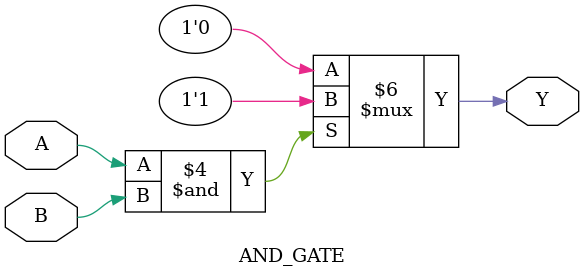
<source format=v>
module AND_GATE (output reg Y, input A, B);   //declaring the module
always @ (A or B) begin                               // (A, B) is the sensitivity list or the trigger list.
    if (A == 1'b1 & B == 1'b1)                    // states that if both A and B are 1, then Y has to be 1, else 0.
    begin             
        Y = 1'b1;
    end                                         //concludes any block which contains more than one statement in it
    else 
        Y = 1'b0; 
end
endmodule                                      //used to terminate the module
</source>
